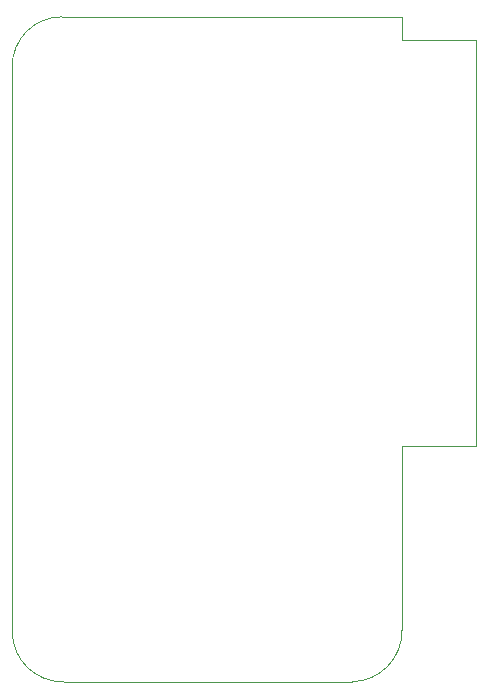
<source format=gbr>
%TF.GenerationSoftware,KiCad,Pcbnew,(6.0.0)*%
%TF.CreationDate,2022-02-24T11:08:30-05:00*%
%TF.ProjectId,PI4Adapter,50493441-6461-4707-9465-722e6b696361,0.1a*%
%TF.SameCoordinates,Original*%
%TF.FileFunction,Profile,NP*%
%FSLAX46Y46*%
G04 Gerber Fmt 4.6, Leading zero omitted, Abs format (unit mm)*
G04 Created by KiCad (PCBNEW (6.0.0)) date 2022-02-24 11:08:30*
%MOMM*%
%LPD*%
G01*
G04 APERTURE LIST*
%TA.AperFunction,Profile*%
%ADD10C,0.100000*%
%TD*%
G04 APERTURE END LIST*
D10*
X137000000Y-75600000D02*
X143300000Y-75600000D01*
X108235592Y-73600000D02*
X137000000Y-73600000D01*
X132750000Y-129899999D02*
G75*
G03*
X137000000Y-125550000I-52366J4302311D01*
G01*
X143300000Y-109950000D02*
X137000000Y-109950000D01*
X143300000Y-75600000D02*
X143300000Y-109950000D01*
X104000000Y-125685592D02*
G75*
G03*
X108361560Y-129900000I4256623J41120D01*
G01*
X104000000Y-125685592D02*
X104000000Y-77907877D01*
X132750000Y-129900000D02*
X108361560Y-129900000D01*
X137000000Y-73600000D02*
X137000000Y-75600000D01*
X108235592Y-73600000D02*
G75*
G03*
X104000000Y-77907877I-46932J-4190054D01*
G01*
X137000000Y-109950000D02*
X137000000Y-125550000D01*
M02*

</source>
